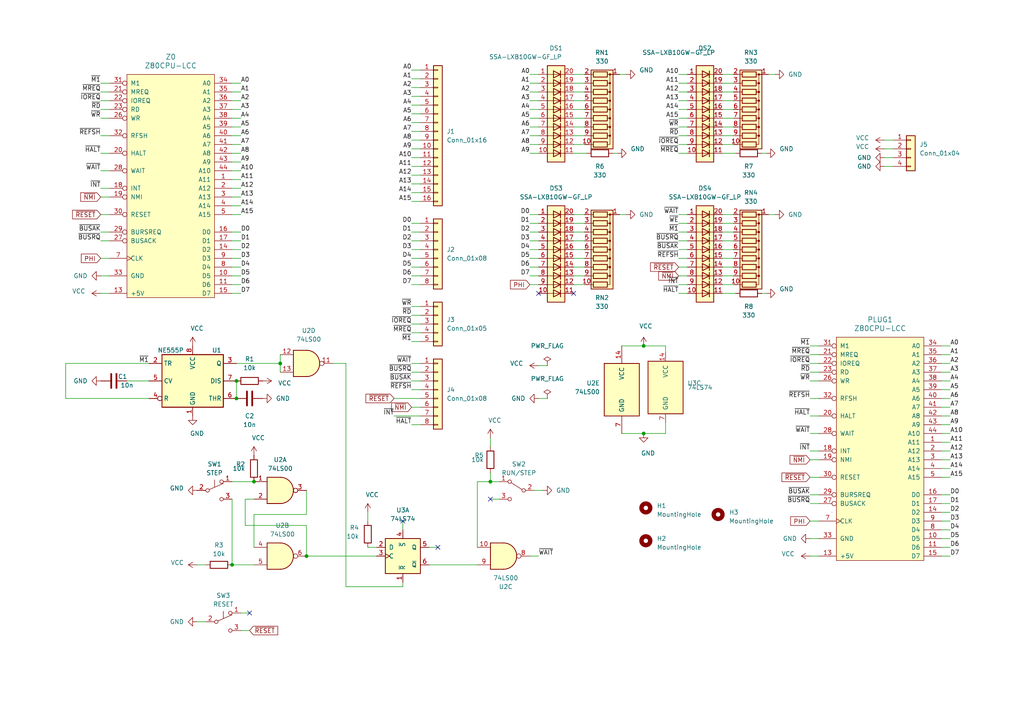
<source format=kicad_sch>
(kicad_sch (version 20211123) (generator eeschema)
  (paper "A4")
  (title_block (title "JupiterAce Z80 plus KIO and new memory format.") (date "2020-05-12") (rev "Alpha") (company "Ontobus") (comment 1 "John Bradley") (comment 2 "https://creativecommons.org/licenses/by-nc-sa/4.0/") (comment 3 "Attribution-NonCommercial-ShareAlike 4.0 International License.") (comment 4 "This work is licensed under a Creative Commons "))
  (junction (at 68.58 110.49))
  (junction (at 73.66 139.7))
  (junction (at 68.58 115.57))
  (junction (at 186.69 100.33))
  (junction (at 81.28 105.41))
  (junction (at 142.24 139.7))
  (junction (at 186.69 125.73))
  (junction (at 88.9 161.29))
  (junction (at 67.31 163.83))
  (no_connect (at 166.37 85.09))
  (no_connect (at -9.525 36.195))
  (no_connect (at -9.525 20.955))
  (no_connect (at -17.145 26.035))
  (no_connect (at 72.39 177.8))
  (no_connect (at -344.805 283.21))
  (no_connect (at 156.21 85.09))
  (no_connect (at 127 158.75))
  (no_connect (at -1.905 26.035))
  (no_connect (at 142.24 144.78))
  (no_connect (at -1.905 31.115))
  (no_connect (at -17.145 28.575))
  (no_connect (at 116.84 151.13))
  (wire (pts (xy 234.95 133.35) (xy 237.49 133.35)))
  (wire (pts (xy 196.85 62.23) (xy 199.39 62.23)))
  (wire (pts (xy 166.37 24.13) (xy 169.545 24.13)))
  (wire (pts (xy 142.24 137.16) (xy 142.24 139.7)))
  (wire (pts (xy 119.38 80.01) (xy 121.92 80.01)))
  (wire (pts (xy 29.21 67.31) (xy 31.75 67.31)))
  (wire (pts (xy 106.68 151.13) (xy 106.68 148.59)))
  (wire (pts (xy 119.38 50.8) (xy 121.92 50.8)))
  (wire (pts (xy 275.59 102.87) (xy 273.05 102.87)))
  (wire (pts (xy 180.34 125.73) (xy 186.69 125.73)))
  (wire (pts (xy 109.22 161.29) (xy 88.9 161.29)))
  (wire (pts (xy 209.55 72.39) (xy 212.725 72.39)))
  (wire (pts (xy 275.59 161.29) (xy 273.05 161.29)))
  (wire (pts (xy 256.54 43.18) (xy 259.08 43.18)))
  (wire (pts (xy 196.85 74.93) (xy 199.39 74.93)))
  (wire (pts (xy 237.49 138.43) (xy 234.95 138.43)))
  (wire (pts (xy 100.33 105.41) (xy 96.52 105.41)))
  (wire (pts (xy 67.31 163.83) (xy 73.66 163.83)))
  (wire (pts (xy 67.31 144.78) (xy 67.31 163.83)))
  (wire (pts (xy 69.85 82.55) (xy 67.31 82.55)))
  (wire (pts (xy 29.21 85.09) (xy 31.75 85.09)))
  (wire (pts (xy 179.705 62.23) (xy 181.61 62.23)))
  (wire (pts (xy 275.59 120.65) (xy 273.05 120.65)))
  (wire (pts (xy 69.85 80.01) (xy 67.31 80.01)))
  (wire (pts (xy 69.85 59.69) (xy 67.31 59.69)))
  (wire (pts (xy 275.59 100.33) (xy 273.05 100.33)))
  (wire (pts (xy 196.85 24.13) (xy 199.39 24.13)))
  (wire (pts (xy 119.38 74.93) (xy 121.92 74.93)))
  (wire (pts (xy 119.38 22.86) (xy 121.92 22.86)))
  (wire (pts (xy 275.59 107.95) (xy 273.05 107.95)))
  (wire (pts (xy 275.59 115.57) (xy 273.05 115.57)))
  (wire (pts (xy 234.95 105.41) (xy 237.49 105.41)))
  (wire (pts (xy 156.21 161.29) (xy 153.67 161.29)))
  (wire (pts (xy 43.18 105.41) (xy 19.05 105.41)))
  (wire (pts (xy 166.37 82.55) (xy 169.545 82.55)))
  (wire (pts (xy 69.85 46.99) (xy 67.31 46.99)))
  (wire (pts (xy 234.95 125.73) (xy 237.49 125.73)))
  (wire (pts (xy 193.04 100.33) (xy 193.04 102.235)))
  (wire (pts (xy 196.85 36.83) (xy 199.39 36.83)))
  (wire (pts (xy 156.21 31.75) (xy 153.67 31.75)))
  (wire (pts (xy 209.55 34.29) (xy 212.725 34.29)))
  (wire (pts (xy 209.55 74.93) (xy 212.725 74.93)))
  (wire (pts (xy 116.84 168.91) (xy 116.84 170.18)))
  (wire (pts (xy 69.85 74.93) (xy 67.31 74.93)))
  (wire (pts (xy 234.95 143.51) (xy 237.49 143.51)))
  (wire (pts (xy 31.75 80.01) (xy 29.21 80.01)))
  (wire (pts (xy 196.85 72.39) (xy 199.39 72.39)))
  (wire (pts (xy 59.69 180.34) (xy 57.15 180.34)))
  (wire (pts (xy 121.92 99.06) (xy 119.38 99.06)))
  (wire (pts (xy 119.38 45.72) (xy 121.92 45.72)))
  (wire (pts (xy 209.55 41.91) (xy 212.725 41.91)))
  (wire (pts (xy 196.85 31.75) (xy 199.39 31.75)))
  (wire (pts (xy 29.21 74.93) (xy 31.75 74.93)))
  (wire (pts (xy 234.95 161.29) (xy 237.49 161.29)))
  (wire (pts (xy 69.85 24.13) (xy 67.31 24.13)))
  (wire (pts (xy 237.49 156.21) (xy 234.95 156.21)))
  (wire (pts (xy 119.38 107.95) (xy 121.92 107.95)))
  (wire (pts (xy 68.58 115.57) (xy 68.58 110.49)))
  (wire (pts (xy 31.75 24.13) (xy 29.21 24.13)))
  (wire (pts (xy 209.55 69.85) (xy 212.725 69.85)))
  (wire (pts (xy 209.55 77.47) (xy 212.725 77.47)))
  (wire (pts (xy 69.85 57.15) (xy 67.31 57.15)))
  (wire (pts (xy 256.54 40.64) (xy 259.08 40.64)))
  (wire (pts (xy 153.67 69.85) (xy 156.21 69.85)))
  (wire (pts (xy 275.59 143.51) (xy 273.05 143.51)))
  (wire (pts (xy 69.85 29.21) (xy 67.31 29.21)))
  (wire (pts (xy 209.55 24.13) (xy 212.725 24.13)))
  (wire (pts (xy 196.85 85.09) (xy 199.39 85.09)))
  (wire (pts (xy 209.55 26.67) (xy 212.725 26.67)))
  (wire (pts (xy 234.95 146.05) (xy 237.49 146.05)))
  (wire (pts (xy 69.85 26.67) (xy 67.31 26.67)))
  (wire (pts (xy 69.85 39.37) (xy 67.31 39.37)))
  (wire (pts (xy 220.98 85.09) (xy 222.25 85.09)))
  (wire (pts (xy 156.21 29.21) (xy 153.67 29.21)))
  (wire (pts (xy 275.59 156.21) (xy 273.05 156.21)))
  (wire (pts (xy 275.59 146.05) (xy 273.05 146.05)))
  (wire (pts (xy 19.05 105.41) (xy 19.05 115.57)))
  (wire (pts (xy 119.38 91.44) (xy 121.92 91.44)))
  (wire (pts (xy 88.9 142.24) (xy 88.9 149.225)))
  (wire (pts (xy 234.95 120.65) (xy 237.49 120.65)))
  (wire (pts (xy 196.85 21.59) (xy 199.39 21.59)))
  (wire (pts (xy 119.38 43.18) (xy 121.92 43.18)))
  (wire (pts (xy 119.38 69.85) (xy 121.92 69.85)))
  (wire (pts (xy 234.95 115.57) (xy 237.49 115.57)))
  (wire (pts (xy 153.67 80.01) (xy 156.21 80.01)))
  (wire (pts (xy 119.38 58.42) (xy 121.92 58.42)))
  (wire (pts (xy 275.59 113.03) (xy 273.05 113.03)))
  (wire (pts (xy 234.95 110.49) (xy 237.49 110.49)))
  (wire (pts (xy 166.37 36.83) (xy 169.545 36.83)))
  (wire (pts (xy 119.38 118.11) (xy 121.92 118.11)))
  (wire (pts (xy 275.59 130.81) (xy 273.05 130.81)))
  (wire (pts (xy 196.85 64.77) (xy 199.39 64.77)))
  (wire (pts (xy 209.55 85.09) (xy 213.36 85.09)))
  (wire (pts (xy 222.885 21.59) (xy 224.79 21.59)))
  (wire (pts (xy 209.55 21.59) (xy 212.725 21.59)))
  (wire (pts (xy 73.66 149.225) (xy 73.66 158.75)))
  (wire (pts (xy 166.37 69.85) (xy 169.545 69.85)))
  (wire (pts (xy 166.37 39.37) (xy 169.545 39.37)))
  (wire (pts (xy 88.9 149.225) (xy 73.66 149.225)))
  (wire (pts (xy 275.59 148.59) (xy 273.05 148.59)))
  (wire (pts (xy 166.37 74.93) (xy 169.545 74.93)))
  (wire (pts (xy 81.28 102.87) (xy 81.28 105.41)))
  (wire (pts (xy 119.38 20.32) (xy 121.92 20.32)))
  (wire (pts (xy 166.37 67.31) (xy 169.545 67.31)))
  (wire (pts (xy 153.67 82.55) (xy 156.21 82.55)))
  (wire (pts (xy 29.21 26.67) (xy 31.75 26.67)))
  (wire (pts (xy 196.85 77.47) (xy 199.39 77.47)))
  (wire (pts (xy 153.67 74.93) (xy 156.21 74.93)))
  (wire (pts (xy 156.21 21.59) (xy 153.67 21.59)))
  (wire (pts (xy 119.38 30.48) (xy 121.92 30.48)))
  (wire (pts (xy 138.43 163.83) (xy 124.46 163.83)))
  (wire (pts (xy 193.04 122.555) (xy 193.04 125.73)))
  (wire (pts (xy 275.59 133.35) (xy 273.05 133.35)))
  (wire (pts (xy 119.38 55.88) (xy 121.92 55.88)))
  (wire (pts (xy 69.85 177.8) (xy 72.39 177.8)))
  (wire (pts (xy 29.21 31.75) (xy 31.75 31.75)))
  (wire (pts (xy 166.37 21.59) (xy 169.545 21.59)))
  (wire (pts (xy 220.98 44.45) (xy 222.25 44.45)))
  (wire (pts (xy 275.59 153.67) (xy 273.05 153.67)))
  (wire (pts (xy 209.55 31.75) (xy 212.725 31.75)))
  (wire (pts (xy 69.85 54.61) (xy 67.31 54.61)))
  (wire (pts (xy 196.85 67.31) (xy 199.39 67.31)))
  (wire (pts (xy 100.33 105.41) (xy 100.33 170.18)))
  (wire (pts (xy 196.85 39.37) (xy 199.39 39.37)))
  (wire (pts (xy 166.37 31.75) (xy 169.545 31.75)))
  (wire (pts (xy 119.38 67.31) (xy 121.92 67.31)))
  (wire (pts (xy 69.85 41.91) (xy 67.31 41.91)))
  (wire (pts (xy 209.55 62.23) (xy 212.725 62.23)))
  (wire (pts (xy 166.37 26.67) (xy 169.545 26.67)))
  (wire (pts (xy 196.85 29.21) (xy 199.39 29.21)))
  (wire (pts (xy 156.21 39.37) (xy 153.67 39.37)))
  (wire (pts (xy 275.59 118.11) (xy 273.05 118.11)))
  (wire (pts (xy 186.69 100.33) (xy 193.04 100.33)))
  (wire (pts (xy 72.39 182.88) (xy 69.85 182.88)))
  (wire (pts (xy 119.38 27.94) (xy 121.92 27.94)))
  (wire (pts (xy 209.55 36.83) (xy 212.725 36.83)))
  (wire (pts (xy 119.38 93.98) (xy 121.92 93.98)))
  (wire (pts (xy 138.43 139.7) (xy 142.24 139.7)))
  (wire (pts (xy 209.55 82.55) (xy 212.725 82.55)))
  (wire (pts (xy 29.21 69.85) (xy 31.75 69.85)))
  (wire (pts (xy 156.21 106.045) (xy 158.75 106.045)))
  (wire (pts (xy 69.85 69.85) (xy 67.31 69.85)))
  (wire (pts (xy 114.3 120.65) (xy 121.92 120.65)))
  (wire (pts (xy 209.55 64.77) (xy 212.725 64.77)))
  (wire (pts (xy 196.85 69.85) (xy 199.39 69.85)))
  (wire (pts (xy 158.75 115.57) (xy 156.21 115.57)))
  (wire (pts (xy 142.24 139.7) (xy 144.78 139.7)))
  (wire (pts (xy 166.37 80.01) (xy 169.545 80.01)))
  (wire (pts (xy 209.55 80.01) (xy 212.725 80.01)))
  (wire (pts (xy 166.37 44.45) (xy 170.18 44.45)))
  (wire (pts (xy 31.75 62.23) (xy 29.21 62.23)))
  (wire (pts (xy 71.12 144.78) (xy 73.66 144.78)))
  (wire (pts (xy 119.38 40.64) (xy 121.92 40.64)))
  (wire (pts (xy 234.95 107.95) (xy 237.49 107.95)))
  (wire (pts (xy 153.67 72.39) (xy 156.21 72.39)))
  (wire (pts (xy 275.59 128.27) (xy 273.05 128.27)))
  (wire (pts (xy 119.38 123.19) (xy 121.92 123.19)))
  (wire (pts (xy 196.85 44.45) (xy 199.39 44.45)))
  (wire (pts (xy 275.59 123.19) (xy 273.05 123.19)))
  (wire (pts (xy 114.3 115.57) (xy 121.92 115.57)))
  (wire (pts (xy 237.49 100.33) (xy 234.95 100.33)))
  (wire (pts (xy 209.55 67.31) (xy 212.725 67.31)))
  (wire (pts (xy 259.08 48.26) (xy 256.54 48.26)))
  (wire (pts (xy 142.24 129.54) (xy 142.24 127)))
  (wire (pts (xy 153.67 77.47) (xy 156.21 77.47)))
  (wire (pts (xy 275.59 151.13) (xy 273.05 151.13)))
  (wire (pts (xy 157.48 142.24) (xy 154.94 142.24)))
  (wire (pts (xy 275.59 138.43) (xy 273.05 138.43)))
  (wire (pts (xy 69.85 44.45) (xy 67.31 44.45)))
  (wire (pts (xy 166.37 77.47) (xy 169.545 77.47)))
  (wire (pts (xy 196.85 26.67) (xy 199.39 26.67)))
  (wire (pts (xy 209.55 44.45) (xy 213.36 44.45)))
  (wire (pts (xy 119.38 53.34) (xy 121.92 53.34)))
  (wire (pts (xy 119.38 25.4) (xy 121.92 25.4)))
  (wire (pts (xy 69.85 67.31) (xy 67.31 67.31)))
  (wire (pts (xy 71.12 152.4) (xy 71.12 144.78)))
  (wire (pts (xy 144.78 144.78) (xy 142.24 144.78)))
  (wire (pts (xy 275.59 125.73) (xy 273.05 125.73)))
  (wire (pts (xy 196.85 41.91) (xy 199.39 41.91)))
  (wire (pts (xy 156.21 41.91) (xy 153.67 41.91)))
  (wire (pts (xy 67.31 139.7) (xy 73.66 139.7)))
  (wire (pts (xy 153.67 62.23) (xy 156.21 62.23)))
  (wire (pts (xy 19.05 115.57) (xy 43.18 115.57)))
  (wire (pts (xy 69.85 72.39) (xy 67.31 72.39)))
  (wire (pts (xy 119.38 82.55) (xy 121.92 82.55)))
  (wire (pts (xy 69.85 34.29) (xy 67.31 34.29)))
  (wire (pts (xy 196.85 34.29) (xy 199.39 34.29)))
  (wire (pts (xy 209.55 29.21) (xy 212.725 29.21)))
  (wire (pts (xy 29.21 49.53) (xy 31.75 49.53)))
  (wire (pts (xy 29.21 57.15) (xy 31.75 57.15)))
  (wire (pts (xy 166.37 41.91) (xy 169.545 41.91)))
  (wire (pts (xy 156.21 34.29) (xy 153.67 34.29)))
  (wire (pts (xy 69.85 31.75) (xy 67.31 31.75)))
  (wire (pts (xy 138.43 139.7) (xy 138.43 158.75)))
  (wire (pts (xy 68.58 105.41) (xy 81.28 105.41)))
  (wire (pts (xy 234.95 151.13) (xy 237.49 151.13)))
  (wire (pts (xy 275.59 110.49) (xy 273.05 110.49)))
  (wire (pts (xy 119.38 64.77) (xy 121.92 64.77)))
  (wire (pts (xy 31.75 54.61) (xy 29.21 54.61)))
  (wire (pts (xy 156.21 24.13) (xy 153.67 24.13)))
  (wire (pts (xy 119.38 38.1) (xy 121.92 38.1)))
  (wire (pts (xy 156.21 44.45) (xy 153.67 44.45)))
  (wire (pts (xy 88.9 152.4) (xy 88.9 161.29)))
  (wire (pts (xy 275.59 105.41) (xy 273.05 105.41)))
  (wire (pts (xy 43.18 110.49) (xy 36.83 110.49)))
  (wire (pts (xy 166.37 62.23) (xy 169.545 62.23)))
  (wire (pts (xy 237.49 130.81) (xy 234.95 130.81)))
  (wire (pts (xy 153.67 67.31) (xy 156.21 67.31)))
  (wire (pts (xy 156.21 26.67) (xy 153.67 26.67)))
  (wire (pts (xy 196.85 82.55) (xy 199.39 82.55)))
  (wire (pts (xy 119.38 35.56) (xy 121.92 35.56)))
  (wire (pts (xy 69.85 62.23) (xy 67.31 62.23)))
  (wire (pts (xy 29.21 44.45) (xy 31.75 44.45)))
  (wire (pts (xy 153.67 64.77) (xy 156.21 64.77)))
  (wire (pts (xy 186.69 125.73) (xy 193.04 125.73)))
  (wire (pts (xy 119.38 88.9) (xy 121.92 88.9)))
  (wire (pts (xy 59.69 163.83) (xy 57.15 163.83)))
  (wire (pts (xy 29.21 39.37) (xy 31.75 39.37)))
  (wire (pts (xy 156.21 36.83) (xy 153.67 36.83)))
  (wire (pts (xy 196.85 80.01) (xy 199.39 80.01)))
  (wire (pts (xy 69.85 36.83) (xy 67.31 36.83)))
  (wire (pts (xy 116.84 153.67) (xy 116.84 151.13)))
  (wire (pts (xy 29.21 29.21) (xy 31.75 29.21)))
  (wire (pts (xy 119.38 105.41) (xy 121.92 105.41)))
  (wire (pts (xy 119.38 96.52) (xy 121.92 96.52)))
  (wire (pts (xy 177.8 44.45) (xy 179.07 44.45)))
  (wire (pts (xy 119.38 72.39) (xy 121.92 72.39)))
  (wire (pts (xy 234.95 102.87) (xy 237.49 102.87)))
  (wire (pts (xy 29.21 34.29) (xy 31.75 34.29)))
  (wire (pts (xy 180.34 100.33) (xy 186.69 100.33)))
  (wire (pts (xy 116.84 170.18) (xy 100.33 170.18)))
  (wire (pts (xy 88.9 152.4) (xy 71.12 152.4)))
  (wire (pts (xy 69.85 52.07) (xy 67.31 52.07)))
  (wire (pts (xy 124.46 158.75) (xy 127 158.75)))
  (wire (pts (xy 256.54 45.72) (xy 259.08 45.72)))
  (wire (pts (xy 209.55 39.37) (xy 212.725 39.37)))
  (wire (pts (xy 275.59 135.89) (xy 273.05 135.89)))
  (wire (pts (xy 166.37 34.29) (xy 169.545 34.29)))
  (wire (pts (xy 179.705 21.59) (xy 181.61 21.59)))
  (wire (pts (xy 69.85 85.09) (xy 67.31 85.09)))
  (wire (pts (xy 119.38 113.03) (xy 121.92 113.03)))
  (wire (pts (xy 166.37 29.21) (xy 169.545 29.21)))
  (wire (pts (xy 119.38 48.26) (xy 121.92 48.26)))
  (wire (pts (xy 69.85 49.53) (xy 67.31 49.53)))
  (wire (pts (xy 222.885 62.23) (xy 224.79 62.23)))
  (wire (pts (xy 109.22 158.75) (xy 106.68 158.75)))
  (wire (pts (xy 166.37 64.77) (xy 169.545 64.77)))
  (wire (pts (xy 275.59 158.75) (xy 273.05 158.75)))
  (wire (pts (xy 119.38 77.47) (xy 121.92 77.47)))
  (wire (pts (xy 81.28 105.41) (xy 81.28 107.95)))
  (wire (pts (xy 166.37 72.39) (xy 169.545 72.39)))
  (wire (pts (xy 69.85 77.47) (xy 67.31 77.47)))
  (wire (pts (xy 119.38 110.49) (xy 121.92 110.49)))
  (wire (pts (xy 119.38 33.02) (xy 121.92 33.02)))
  (label "A7" (at 69.85 41.91 0))
  (label "D5" (at 153.67 74.93 180))
  (label "D6" (at 119.38 80.01 180))
  (label "A11" (at 196.85 24.13 180))
  (label "D6" (at 69.85 82.55 0))
  (label "D0" (at 275.59 143.51 0))
  (label "~{BUSAK}" (at 196.85 72.39 180))
  (label "~{M1}" (at 43.18 105.41 180))
  (label "~{MREQ}" (at 196.85 44.45 180))
  (label "A15" (at 69.85 62.23 0))
  (label "D4" (at 275.59 153.67 0))
  (label "D6" (at 153.67 77.47 180))
  (label "~{HALT}" (at 234.95 120.65 180))
  (label "D5" (at 119.38 77.47 180))
  (label "A4" (at 69.85 34.29 0))
  (label "~{MREQ}" (at 234.95 102.87 180))
  (label "D2" (at 119.38 69.85 180))
  (label "D2" (at 275.59 148.59 0))
  (label "~{WR}" (at 119.38 88.9 180))
  (label "~{WAIT}" (at 119.38 105.41 180))
  (label "A10" (at 275.59 125.73 0))
  (label "D3" (at 153.67 69.85 180))
  (label "A8" (at 153.67 41.91 180))
  (label "~{RD}" (at 29.21 31.75 180))
  (label "~{HALT}" (at 196.85 85.09 180))
  (label "D5" (at 275.59 156.21 0))
  (label "~{WR}" (at 196.85 36.83 180))
  (label "A10" (at 196.85 21.59 180))
  (label "A13" (at 275.59 133.35 0))
  (label "~{INT}" (at 29.21 54.61 180))
  (label "~{IOREQ}" (at 29.21 29.21 180))
  (label "A12" (at 275.59 130.81 0))
  (label "~{WAIT}" (at 29.21 49.53 180))
  (label "D1" (at 119.38 67.31 180))
  (label "D2" (at 153.67 67.31 180))
  (label "~{HALT}" (at 29.21 44.45 180))
  (label "A6" (at 69.85 39.37 0))
  (label "~{IOREQ}" (at 119.38 93.98 180))
  (label "~{MREQ}" (at 119.38 96.52 180))
  (label "A6" (at 275.59 115.57 0))
  (label "A5" (at 153.67 34.29 180))
  (label "~{REFSH}" (at 234.95 115.57 180))
  (label "A7" (at 119.38 38.1 180))
  (label "A8" (at 69.85 44.45 0))
  (label "A1" (at 275.59 102.87 0))
  (label "A14" (at 196.85 31.75 180))
  (label "A4" (at 119.38 30.48 180))
  (label "~{WAIT}" (at 196.85 62.23 180))
  (label "A1" (at 153.67 24.13 180))
  (label "D7" (at 275.59 161.29 0))
  (label "D3" (at 275.59 151.13 0))
  (label "D2" (at 69.85 72.39 0))
  (label "~{IOREQ}" (at 196.85 41.91 180))
  (label "A2" (at 119.38 25.4 180))
  (label "~{MREQ}" (at 29.21 26.67 180))
  (label "A14" (at 119.38 55.88 180))
  (label "~{BUSAK}" (at 119.38 110.49 180))
  (label "A4" (at 153.67 31.75 180))
  (label "~{BUSAK}" (at 234.95 143.51 180))
  (label "A6" (at 153.67 36.83 180))
  (label "A0" (at 275.59 100.33 0))
  (label "D7" (at 69.85 85.09 0))
  (label "~{RD}" (at 119.38 91.44 180))
  (label "A3" (at 119.38 27.94 180))
  (label "~{RD}" (at 234.95 107.95 180))
  (label "A10" (at 119.38 45.72 180))
  (label "A11" (at 69.85 52.07 0))
  (label "A5" (at 119.38 33.02 180))
  (label "A15" (at 275.59 138.43 0))
  (label "A0" (at 69.85 24.13 0))
  (label "D1" (at 69.85 69.85 0))
  (label "A6" (at 119.38 35.56 180))
  (label "~{BUSRQ}" (at 29.21 69.85 180))
  (label "D0" (at 119.38 64.77 180))
  (label "A9" (at 275.59 123.19 0))
  (label "A8" (at 119.38 40.64 180))
  (label "D4" (at 69.85 77.47 0))
  (label "~{IOREQ}" (at 234.95 105.41 180))
  (label "D4" (at 153.67 72.39 180))
  (label "A5" (at 69.85 36.83 0))
  (label "~{WR}" (at 234.95 110.49 180))
  (label "A2" (at 153.67 26.67 180))
  (label "A10" (at 69.85 49.53 0))
  (label "A9" (at 119.38 43.18 180))
  (label "A12" (at 119.38 50.8 180))
  (label "A14" (at 275.59 135.89 0))
  (label "~{WAIT}" (at 156.21 161.29 0))
  (label "~{BUSRQ}" (at 234.95 146.05 180))
  (label "D7" (at 119.38 82.55 180))
  (label "D3" (at 119.38 72.39 180))
  (label "~{BUSRQ}" (at 196.85 69.85 180))
  (label "D3" (at 69.85 74.93 0))
  (label "A15" (at 119.38 58.42 180))
  (label "~{WAIT}" (at 234.95 125.73 180))
  (label "D7" (at 153.67 80.01 180))
  (label "~{BUSAK}" (at 29.21 67.31 180))
  (label "A3" (at 275.59 107.95 0))
  (label "A1" (at 119.38 22.86 180))
  (label "A0" (at 119.38 20.32 180))
  (label "~{RD}" (at 196.85 39.37 180))
  (label "A13" (at 196.85 29.21 180))
  (label "A11" (at 275.59 128.27 0))
  (label "~{M1}" (at 119.38 99.06 180))
  (label "D0" (at 153.67 62.23 180))
  (label "~{REFSH}" (at 29.21 39.37 180))
  (label "~{REFSH}" (at 196.85 74.93 180))
  (label "A8" (at 275.59 120.65 0))
  (label "~{M1}" (at 29.21 24.13 180))
  (label "A3" (at 153.67 29.21 180))
  (label "A12" (at 196.85 26.67 180))
  (label "D1" (at 275.59 146.05 0))
  (label "A12" (at 69.85 54.61 0))
  (label "A9" (at 153.67 44.45 180))
  (label "A0" (at 153.67 21.59 180))
  (label "A9" (at 69.85 46.99 0))
  (label "A13" (at 69.85 57.15 0))
  (label "A13" (at 119.38 53.34 180))
  (label "~{WR}" (at 29.21 34.29 180))
  (label "A7" (at 275.59 118.11 0))
  (label "~{INT}" (at 114.3 120.65 180))
  (label "~{BUSRQ}" (at 119.38 107.95 180))
  (label "D4" (at 119.38 74.93 180))
  (label "D1" (at 153.67 64.77 180))
  (label "A14" (at 69.85 59.69 0))
  (label "~{HALT}" (at 119.38 123.19 180))
  (label "~{M1}" (at 234.95 100.33 180))
  (label "~{INT}" (at 234.95 130.81 180))
  (label "A4" (at 275.59 110.49 0))
  (label "A15" (at 196.85 34.29 180))
  (label "D6" (at 275.59 158.75 0))
  (label "A1" (at 69.85 26.67 0))
  (label "A7" (at 153.67 39.37 180))
  (label "A11" (at 119.38 48.26 180))
  (label "A5" (at 275.59 113.03 0))
  (label "D5" (at 69.85 80.01 0))
  (label "~{M1}" (at 196.85 67.31 180))
  (label "D0" (at 69.85 67.31 0))
  (label "~{INT}" (at 196.85 82.55 180))
  (label "~{WE}" (at 196.85 64.77 180))
  (label "~{REFSH}" (at 119.38 113.03 180))
  (label "A3" (at 69.85 31.75 0))
  (label "A2" (at 69.85 29.21 0))
  (label "A2" (at 275.59 105.41 0))
  (global_label "~{RESET}" (shape input) (at 29.21 62.23 180) (property "Intersheet References" "${INTERSHEET_REFS}" (effects hide)))
  (global_label "PHI" (shape input) (at 153.67 82.55 180) (property "Intersheet References" "${INTERSHEET_REFS}" (effects hide)))
  (global_label "PHI" (shape input) (at 29.21 74.93 180) (property "Intersheet References" "${INTERSHEET_REFS}" (effects hide)))
  (global_label "~{NMI}" (shape input) (at 234.95 133.35 180) (property "Intersheet References" "${INTERSHEET_REFS}" (effects hide)))
  (global_label "~{RESET}" (shape input) (at 72.39 182.88 0) (property "Intersheet References" "${INTERSHEET_REFS}" (effects hide)))
  (global_label "~{NMI}" (shape input) (at 196.85 80.01 180) (property "Intersheet References" "${INTERSHEET_REFS}" (effects hide)))
  (global_label "~{RESET}" (shape input) (at 114.3 115.57 180) (property "Intersheet References" "${INTERSHEET_REFS}" (effects hide)))
  (global_label "PHI" (shape input) (at 234.95 151.13 180) (property "Intersheet References" "${INTERSHEET_REFS}" (effects hide)))
  (global_label "~{NMI}" (shape input) (at 29.21 57.15 180) (property "Intersheet References" "${INTERSHEET_REFS}" (effects hide)))
  (global_label "~{RESET}" (shape input) (at 196.85 77.47 180) (property "Intersheet References" "${INTERSHEET_REFS}" (effects hide)))
  (global_label "~{NMI}" (shape input) (at 119.38 118.11 180) (property "Intersheet References" "${INTERSHEET_REFS}" (effects hide)))
  (global_label "~{RESET}" (shape input) (at 234.95 138.43 180) (property "Intersheet References" "${INTERSHEET_REFS}" (effects hide)))
  (symbol (lib_id "power:GND") (at 181.61 21.59 90) (unit 1)
    (property "Reference" "#PWR0101" (effects hide))
    (property "Value" "GND" (at 185.42 20.32 90) (effects (justify right)))
  )
  (symbol (lib_id "power:PWR_FLAG") (at 158.75 106.045 0) (unit 1)
    (property "Reference" "#FLG0101" (effects hide))
    (property "Value" "PWR_FLAG" (at 158.75 100.33 0))
  )
  (symbol (lib_id "power:PWR_FLAG") (at 158.75 115.57 0) (unit 1)
    (property "Reference" "#FLG0102" (effects hide))
    (property "Value" "PWR_FLAG" (at 158.75 109.855 0))
  )
  (symbol (lib_id "power:GND") (at 156.21 115.57 270) (unit 1)
    (property "Reference" "#0104" (effects hide))
    (property "Value" "GND" (at 152.4 115.57 90) (effects (justify right)))
  )
  (symbol (lib_id "power:VCC") (at 156.21 106.045 90) (unit 1)
    (property "Reference" "#PWR0103" (effects hide))
    (property "Value" "VCC" (at 151.765 105.41 90) (effects (justify left)))
  )
  (symbol (lib_id "Timer:NE555P") (at 55.88 110.49 0) (unit 1)
    (property "Reference" "U1" (at 62.865 101.6 0))
    (property "Value" "NE555P" (at 49.53 101.6 0))
    (property "Footprint" "Package_DIP:DIP-8_W7.62mm" (effects hide))
    (property "Datasheet" "http://www.ti.com/lit/ds/symlink/ne555.pdf" (effects hide))
  )
  (symbol (lib_id "74xx:74LS00") (at 81.28 142.24 0) (unit 1)
    (property "Reference" "U2" (at 81.28 133.35 0))
    (property "Value" "74LS00" (at 81.28 135.89 0))
    (property "Footprint" "Package_DIP:DIP-14_W7.62mm" (effects hide))
    (property "Datasheet" "74xx/74hc_hct74.pdf" (effects hide))
  )
  (symbol (lib_id "74xx:74LS74") (at 116.84 161.29 0) (unit 1)
    (property "Reference" "U3" (at 116.84 147.955 0))
    (property "Value" "74LS74" (at 116.84 150.495 0))
    (property "Footprint" "Package_DIP:DIP-14_W7.62mm" (effects hide))
    (property "Datasheet" "74xx/74hc_hct74.pdf" (effects hide))
  )
  (symbol (lib_id "74xx:74LS74") (at -9.525 28.575 0) (unit 2)
    (property "Reference" "U3" (at -8.89 15.24 0))
    (property "Value" "74LS74" (at -8.89 17.78 0))
    (property "Footprint" "Package_DIP:DIP-14_W7.62mm" (effects hide))
    (property "Datasheet" "74xx/74hc_hct74.pdf" (effects hide))
  )
  (symbol (lib_id "74xx:74LS00") (at 180.34 113.03 0) (unit 5)
    (property "Reference" "U2" (at 173.99 111.125 0) (effects (justify right)))
    (property "Value" "74LS00" (at 173.99 113.665 0) (effects (justify right)))
    (property "Footprint" "Package_DIP:DIP-14_W7.62mm" (effects hide))
    (property "Datasheet" "74xx/74hc_hct74.pdf" (effects hide))
  )
  (symbol (lib_id "74xx:74LS00") (at 81.28 161.29 0) (unit 2)
    (property "Reference" "U2" (at 81.915 152.4 0))
    (property "Value" "74LS00" (at 81.915 154.94 0))
    (property "Footprint" "Package_DIP:DIP-14_W7.62mm" (effects hide))
    (property "Datasheet" "74xx/74hc_hct74.pdf" (effects hide))
  )
  (symbol (lib_id "74xx:74LS00") (at 146.05 161.29 0) (mirror x) (unit 3)
    (property "Reference" "U2" (at 146.685 170.18 0))
    (property "Value" "74LS00" (at 146.685 167.64 0))
    (property "Footprint" "Package_DIP:DIP-14_W7.62mm" (effects hide))
    (property "Datasheet" "74xx/74hc_hct74.pdf" (effects hide))
  )
  (symbol (lib_id "74xx:74LS00") (at 88.9 105.41 0) (unit 4)
    (property "Reference" "U2" (at 89.535 95.885 0))
    (property "Value" "74LS00" (at 89.535 98.425 0))
    (property "Footprint" "Package_DIP:DIP-14_W7.62mm" (effects hide))
    (property "Datasheet" "74xx/74hc_hct74.pdf" (effects hide))
  )
  (symbol (lib_id "74xx:74LS74") (at 193.04 112.395 0) (unit 3)
    (property "Reference" "U3" (at 199.39 111.125 0) (effects (justify left)))
    (property "Value" "74LS74" (at 199.39 112.395 0) (effects (justify left)))
    (property "Footprint" "Package_DIP:DIP-14_W7.62mm" (effects hide))
    (property "Datasheet" "74xx/74hc_hct74.pdf" (effects hide))
  )
  (symbol (lib_id "power:VCC") (at 186.69 100.33 0) (unit 1)
    (property "Reference" "#PWR0143" (effects hide))
    (property "Value" "VCC" (at 187.325 94.615 0))
  )
  (symbol (lib_id "power:GND") (at 186.69 125.73 0) (unit 1)
    (property "Reference" "#0105" (effects hide))
    (property "Value" "GND" (at 187.96 131.445 0))
  )
  (symbol (lib_id "Device:C") (at 33.02 110.49 270) (unit 1)
    (property "Reference" "C1" (at 35.56 109.22 90))
    (property "Value" "10n" (at 36.83 111.76 90))
    (property "Footprint" "Capacitor_THT:C_Disc_D4.7mm_W2.5mm_P5.00mm" (effects hide))
  )
  (symbol (lib_id "power:GND") (at 29.21 110.49 270) (unit 1)
    (property "Reference" "#0106" (effects hide))
    (property "Value" "GND" (at 25.4 110.49 90) (effects (justify right)))
  )
  (symbol (lib_id "Device:R") (at 72.39 110.49 270) (unit 1)
    (property "Reference" "R1" (at 72.39 104.14 90))
    (property "Value" "10k" (at 72.39 106.68 90))
    (property "Footprint" "Resistor_THT:R_Axial_DIN0204_L3.6mm_D1.6mm_P1.90mm_Vertical" (effects hide))
  )
  (symbol (lib_id "power:VCC") (at 76.2 110.49 270) (unit 1)
    (property "Reference" "#PWR0144" (effects hide))
    (property "Value" "VCC" (at 80.645 111.125 90) (effects (justify left)))
  )
  (symbol (lib_id "power:VCC") (at 55.88 100.33 0) (unit 1)
    (property "Reference" "#PWR0145" (effects hide))
    (property "Value" "VCC" (at 57.15 95.25 0))
  )
  (symbol (lib_id "power:GND") (at 55.88 120.65 0) (unit 1)
    (property "Reference" "#0107" (effects hide))
    (property "Value" "GND" (at 57.15 125.73 0))
  )
  (symbol (lib_id "Device:C") (at 72.39 115.57 270) (unit 1)
    (property "Reference" "C2" (at 72.39 120.65 90))
    (property "Value" "10n" (at 72.39 123.19 90))
    (property "Footprint" "Capacitor_THT:C_Disc_D4.7mm_W2.5mm_P5.00mm" (effects hide))
  )
  (symbol (lib_id "power:GND") (at 76.2 115.57 90) (unit 1)
    (property "Reference" "#0108" (effects hide))
    (property "Value" "GND" (at 80.01 115.57 90) (effects (justify right)))
  )
  (symbol (lib_id "Device:R") (at 73.66 135.89 180) (unit 1)
    (property "Reference" "R2" (at 71.12 134.62 0) (effects (justify left)))
    (property "Value" "10k" (at 71.12 135.89 0) (effects (justify left)))
    (property "Footprint" "Resistor_THT:R_Axial_DIN0204_L3.6mm_D1.6mm_P1.90mm_Vertical" (effects hide))
  )
  (symbol (lib_id "power:VCC") (at 73.66 132.08 0) (unit 1)
    (property "Reference" "#PWR0146" (effects hide))
    (property "Value" "VCC" (at 74.93 127 0))
  )
  (symbol (lib_id "Device:R") (at 63.5 163.83 270) (unit 1)
    (property "Reference" "R3" (at 63.5 158.115 90))
    (property "Value" "10k" (at 63.5 160.655 90))
    (property "Footprint" "Resistor_THT:R_Axial_DIN0204_L3.6mm_D1.6mm_P1.90mm_Vertical" (effects hide))
  )
  (symbol (lib_id "power:VCC") (at 57.15 163.83 90) (unit 1)
    (property "Reference" "#PWR0147" (effects hide))
    (property "Value" "VCC" (at 53.34 163.195 90) (effects (justify left)))
  )
  (symbol (lib_id "Device:R") (at 106.68 154.94 180) (unit 1)
    (property "Reference" "R4" (at 104.14 153.035 0) (effects (justify left)))
    (property "Value" "10k" (at 104.14 155.575 0) (effects (justify left)))
    (property "Footprint" "Resistor_THT:R_Axial_DIN0204_L3.6mm_D1.6mm_P1.90mm_Vertical" (effects hide))
  )
  (symbol (lib_id "power:VCC") (at 106.68 148.59 0) (unit 1)
    (property "Reference" "#PWR0148" (effects hide))
    (property "Value" "VCC" (at 107.95 143.51 0))
  )
  (symbol (lib_id "Device:R") (at 142.24 133.35 180) (unit 1)
    (property "Reference" "R5" (at 140.335 132.08 0) (effects (justify left)))
    (property "Value" "10k" (at 140.335 133.35 0) (effects (justify left)))
    (property "Footprint" "Resistor_THT:R_Axial_DIN0204_L3.6mm_D1.6mm_P1.90mm_Vertical" (effects hide))
  )
  (symbol (lib_id "power:VCC") (at 142.24 127 0) (unit 1)
    (property "Reference" "#PWR0149" (effects hide))
    (property "Value" "VCC" (at 143.51 121.92 0))
  )
  (symbol (lib_id "power:GND") (at 157.48 142.24 90) (unit 1)
    (property "Reference" "#0110" (effects hide))
    (property "Value" "GND" (at 161.29 142.24 90) (effects (justify right)))
  )
  (symbol (lib_id "LED:HDSP-4830_2") (at 161.29 31.75 0) (unit 1)
    (property "Reference" "DS1" (at 161.29 13.97 0))
    (property "Value" "SSA-LXB10GW-GF_LP" (at 152.4 16.51 0))
    (property "Footprint" "ExtraFootprints:10_Bar_LED_Array_DIP-20_W7.62mm" (effects hide))
    (property "Datasheet" "http://www.mouser.com/datasheet/2/244/SSA-LXB10GW-GF-LP-1136451.pdf" (effects hide))
    (property "Description" "LUMEX - SSA-LXB10GW-GF/LP. - BAR GRAPH, 10-LED, GREEN, 8MCD, 105mW" (effects hide))
    (property "Height" "7.05" (effects hide))
    (property "Manufacturer_Name" "Lumex" (effects hide))
    (property "Manufacturer_Part_Number" "SSA-LXB10GW-GF/LP" (effects hide))
    (property "Arrow Part Number" "SSA-LXB10GW-GF/LP" (effects hide))
    (property "Arrow Price/Stock" "https://www.arrow.com/en/products/ssa-lxb10gw-gflp/lumex" (effects hide))
    (property "Mouser Part Number" "696-SSA-LXB10GW" (effects hide))
    (property "Mouser Price/Stock" "https://www.mouser.co.uk/ProductDetail/Lumex/SSA-LXB10GW-GF-LP?qs=52yRZiL3nOqQhQkoci3oKw%3D%3D" (effects hide))
  )
  (symbol (lib_id "Mechanical:MountingHole") (at 187.325 147.32 0) (unit 1)
    (property "Reference" "H1" (at 190.5 146.685 0) (effects (justify left)))
    (property "Value" "MountingHole" (at 190.5 149.225 0) (effects (justify left)))
    (property "Footprint" "MountingHole:MountingHole_3.5mm" (effects hide))
  )
  (symbol (lib_id "Mechanical:MountingHole") (at 208.28 149.225 0) (unit 1)
    (property "Reference" "H3" (at 211.455 148.59 0) (effects (justify left)))
    (property "Value" "MountingHole" (at 211.455 151.13 0) (effects (justify left)))
    (property "Footprint" "MountingHole:MountingHole_3.5mm" (effects hide))
  )
  (symbol (lib_id "Mechanical:MountingHole") (at 187.325 156.845 0) (unit 1)
    (property "Reference" "H2" (at 190.5 156.21 0) (effects (justify left)))
    (property "Value" "MountingHole" (at 190.5 158.75 0) (effects (justify left)))
    (property "Footprint" "MountingHole:MountingHole_3.5mm" (effects hide))
  )
  (symbol (lib_id "power:GND") (at 57.15 180.34 270) (unit 1)
    (property "Reference" "#0111" (effects hide))
    (property "Value" "GND" (at 53.34 180.34 90) (effects (justify right)))
  )
  (symbol (lib_id "Switch:SW_Push_SPDT") (at 64.77 180.34 0) (unit 1)
    (property "Reference" "SW3" (at 64.77 172.72 0))
    (property "Value" "RESET" (at 64.77 175.26 0))
    (property "Footprint" "ExtraFootprints:ZMAXXXYYYZZZLC" (effects hide))
    (property "Datasheet" "https://www.mouser.co.uk/datasheet/2/60/zmadetect-1841816.pdf" (effects hide))
  )
  (symbol (lib_id "Switch:SW_Push_SPDT") (at 62.23 142.24 0) (unit 1)
    (property "Reference" "SW1" (at 62.23 134.62 0))
    (property "Value" "STEP" (at 62.23 137.16 0))
    (property "Footprint" "ExtraFootprints:ZMAXXXYYYZZZLC" (effects hide))
    (property "Datasheet" "https://www.mouser.co.uk/datasheet/2/60/zmadetect-1841816.pdf" (effects hide))
  )
  (symbol (lib_id "power:GND") (at 57.15 142.24 270) (unit 1)
    (property "Reference" "#0112" (effects hide))
    (property "Value" "GND" (at 53.34 141.605 90) (effects (justify right)))
  )
  (symbol (lib_id "Switch:SW_SPDT") (at 149.86 142.24 0) (mirror y) (unit 1)
    (property "Reference" "SW2" (at 150.495 134.62 0))
    (property "Value" "RUN/STEP" (at 150.495 137.16 0))
    (property "Footprint" "ExtraFootprints:B13AP" (effects hide))
  )
  (symbol (lib_id "Connector_Generic:Conn_01x16") (at 127 38.1 0) (unit 1)
    (property "Reference" "J1" (at 129.54 38.1 0) (effects (justify left)))
    (property "Value" "Conn_01x16" (at 129.54 40.64 0) (effects (justify left)))
    (property "Footprint" "Connector_PinHeader_2.54mm:PinHeader_1x16_P2.54mm_Vertical" (effects hide))
  )
  (symbol (lib_id "Connector_Generic:Conn_01x08") (at 127 72.39 0) (unit 1)
    (property "Reference" "J2" (at 129.54 72.39 0) (effects (justify left)))
    (property "Value" "Conn_01x08" (at 129.54 74.93 0) (effects (justify left)))
    (property "Footprint" "Connector_PinHeader_2.54mm:PinHeader_1x08_P2.54mm_Vertical" (effects hide))
  )
  (symbol (lib_id "Connector_Generic:Conn_01x05") (at 127 93.98 0) (unit 1)
    (property "Reference" "J3" (at 129.54 92.71 0) (effects (justify left)))
    (property "Value" "Conn_01x05" (at 129.54 95.25 0) (effects (justify left)))
    (property "Footprint" "Connector_PinHeader_2.54mm:PinHeader_1x05_P2.54mm_Vertical" (effects hide))
  )
  (symbol (lib_id "Connector_Generic:Conn_01x04") (at 264.16 43.18 0) (unit 1)
    (property "Reference" "J5" (at 266.7 41.91 0) (effects (justify left)))
    (property "Value" "Conn_01x04" (at 266.7 44.45 0) (effects (justify left)))
    (property "Footprint" "Connector_PinHeader_2.54mm:PinHeader_1x04_P2.54mm_Vertical" (effects hide))
  )
  (symbol (lib_id "Zilog_Z80:Z80CPU-LCC") (at 36.83 21.59 0) (unit 1)
    (property "Reference" "Z0" (at 49.53 16.51 0) (effects (font (size 1.4986 1.4986))))
    (property "Value" "Z80CPU-LCC" (at 49.53 19.05 0) (effects (font (size 1.4986 1.4986))))
    (property "Footprint" "ExtraFootprints:PLCC-44_THT-Socket" (effects hide))
    (property "Datasheet" "https://www.mouser.co.uk/datasheet/2/450/ps0178-19386.pdf" (effects hide))
    (property "Manufacturer_Name" "Zilog" (effects hide))
    (property "Manufacturer_Part_Number" "Z84C00" (effects hide))
  )
  (symbol (lib_id "power:GND") (at 256.54 48.26 270) (unit 1)
    (property "Reference" "#0109" (effects hide))
    (property "Value" "GND" (at 252.73 48.26 90) (effects (justify right)))
  )
  (symbol (lib_id "power:GND") (at 256.54 45.72 270) (unit 1)
    (property "Reference" "#0113" (effects hide))
    (property "Value" "GND" (at 252.73 45.72 90) (effects (justify right)))
  )
  (symbol (lib_id "power:VCC") (at 256.54 43.18 90) (unit 1)
    (property "Reference" "#PWR0104" (effects hide))
    (property "Value" "VCC" (at 252.095 42.545 90) (effects (justify left)))
  )
  (symbol (lib_id "power:VCC") (at 256.54 40.64 90) (unit 1)
    (property "Reference" "#PWR0151" (effects hide))
    (property "Value" "VCC" (at 252.095 40.005 90) (effects (justify left)))
  )
  (symbol (lib_id "Connector_Generic:Conn_01x08") (at 127 113.03 0) (unit 1)
    (property "Reference" "J4" (at 129.54 113.03 0) (effects (justify left)))
    (property "Value" "Conn_01x08" (at 129.54 115.57 0) (effects (justify left)))
    (property "Footprint" "Connector_PinHeader_2.54mm:PinHeader_1x08_P2.54mm_Vertical" (effects hide))
  )
  (symbol (lib_id "LED:HDSP-4830_2") (at 161.29 72.39 0) (unit 1)
    (property "Reference" "DS3" (at 161.29 54.61 0))
    (property "Value" "SSA-LXB10GW-GF_LP" (at 161.29 57.15 0))
    (property "Footprint" "ExtraFootprints:10_Bar_LED_Array_DIP-20_W7.62mm" (effects hide))
    (property "Datasheet" "http://www.mouser.com/datasheet/2/244/SSA-LXB10GW-GF-LP-1136451.pdf" (effects hide))
    (property "Description" "LUMEX - SSA-LXB10GW-GF/LP. - BAR GRAPH, 10-LED, GREEN, 8MCD, 105mW" (effects hide))
    (property "Height" "7.05" (effects hide))
    (property "Manufacturer_Name" "Lumex" (effects hide))
    (property "Manufacturer_Part_Number" "SSA-LXB10GW-GF/LP" (effects hide))
    (property "Arrow Part Number" "SSA-LXB10GW-GF/LP" (effects hide))
    (property "Arrow Price/Stock" "https://www.arrow.com/en/products/ssa-lxb10gw-gflp/lumex" (effects hide))
    (property "Mouser Part Number" "696-SSA-LXB10GW" (effects hide))
    (property "Mouser Price/Stock" "https://www.mouser.co.uk/ProductDetail/Lumex/SSA-LXB10GW-GF-LP?qs=52yRZiL3nOqQhQkoci3oKw%3D%3D" (effects hide))
  )
  (symbol (lib_id "LED:HDSP-4830_2") (at 204.47 31.75 0) (unit 1)
    (property "Reference" "DS2" (at 204.47 13.97 0))
    (property "Value" "SSA-LXB10GW-GF_LP" (at 196.85 15.24 0))
    (property "Footprint" "ExtraFootprints:10_Bar_LED_Array_DIP-20_W7.62mm" (effects hide))
    (property "Datasheet" "http://www.mouser.com/datasheet/2/244/SSA-LXB10GW-GF-LP-1136451.pdf" (effects hide))
    (property "Description" "LUMEX - SSA-LXB10GW-GF/LP. - BAR GRAPH, 10-LED, GREEN, 8MCD, 105mW" (effects hide))
    (property "Height" "7.05" (effects hide))
    (property "Manufacturer_Name" "Lumex" (effects hide))
    (property "Manufacturer_Part_Number" "SSA-LXB10GW-GF/LP" (effects hide))
    (property "Arrow Part Number" "SSA-LXB10GW-GF/LP" (effects hide))
    (property "Arrow Price/Stock" "https://www.arrow.com/en/products/ssa-lxb10gw-gflp/lumex" (effects hide))
    (property "Mouser Part Number" "696-SSA-LXB10GW" (effects hide))
    (property "Mouser Price/Stock" "https://www.mouser.co.uk/ProductDetail/Lumex/SSA-LXB10GW-GF-LP?qs=52yRZiL3nOqQhQkoci3oKw%3D%3D" (effects hide))
  )
  (symbol (lib_id "LED:HDSP-4830_2") (at 204.47 72.39 0) (unit 1)
    (property "Reference" "DS4" (at 204.47 54.61 0))
    (property "Value" "SSA-LXB10GW-GF_LP" (at 204.47 57.15 0))
    (property "Footprint" "ExtraFootprints:10_Bar_LED_Array_DIP-20_W7.62mm" (effects hide))
    (property "Datasheet" "http://www.mouser.com/datasheet/2/244/SSA-LXB10GW-GF-LP-1136451.pdf" (effects hide))
    (property "Description" "LUMEX - SSA-LXB10GW-GF/LP. - BAR GRAPH, 10-LED, GREEN, 8MCD, 105mW" (effects hide))
    (property "Height" "7.05" (effects hide))
    (property "Manufacturer_Name" "Lumex" (effects hide))
    (property "Manufacturer_Part_Number" "SSA-LXB10GW-GF/LP" (effects hide))
    (property "Arrow Part Number" "SSA-LXB10GW-GF/LP" (effects hide))
    (property "Arrow Price/Stock" "https://www.arrow.com/en/products/ssa-lxb10gw-gflp/lumex" (effects hide))
    (property "Mouser Part Number" "696-SSA-LXB10GW" (effects hide))
    (property "Mouser Price/Stock" "https://www.mouser.co.uk/ProductDetail/Lumex/SSA-LXB10GW-GF-LP?qs=52yRZiL3nOqQhQkoci3oKw%3D%3D" (effects hide))
  )
  (symbol (lib_id "Device:R_Network09") (at 174.625 31.75 270) (unit 1)
    (property "Reference" "RN1" (at 174.625 15.24 90))
    (property "Value" "330" (at 174.625 17.78 90))
    (property "Footprint" "Resistor_THT:R_Array_SIP10" (effects hide))
    (property "Manufacturer_Name" "Bourns" (effects hide))
    (property "Manufacturer_Part_Number" "4610X-101-331LF " (effects hide))
  )
  (symbol (lib_id "power:GND") (at 29.21 80.01 270) (unit 1)
    (property "Reference" "#0101" (effects hide))
    (property "Value" "GND" (at 25.4 80.01 90) (effects (justify right)))
  )
  (symbol (lib_id "power:VCC") (at 29.21 85.09 90) (unit 1)
    (property "Reference" "#PWR0102" (effects hide))
    (property "Value" "VCC" (at 24.765 84.455 90) (effects (justify left)))
  )
  (symbol (lib_id "Zilog_Z80:Z80CPU-LCC") (at 242.57 97.79 0) (unit 1)
    (property "Reference" "PLUG1" (at 255.27 92.71 0) (effects (font (size 1.4986 1.4986))))
    (property "Value" "Z80CPU-LCC" (at 255.27 95.25 0) (effects (font (size 1.4986 1.4986))))
    (property "Footprint" "ExtraFootprints:PLCC-44_16.6x16.6mm_P1.27mm Mirror" (effects hide))
    (property "Datasheet" "https://www.mouser.co.uk/datasheet/2/450/ps0178-19386.pdf" (effects hide))
    (property "Manufacturer_Name" "Winslow" (effects hide))
    (property "Manufacturer_Part_Number" "W9382-ZC170" (effects hide))
  )
  (symbol (lib_id "power:GND") (at 234.95 156.21 270) (unit 1)
    (property "Reference" "#0102" (effects hide))
    (property "Value" "GND" (at 231.14 156.21 90) (effects (justify right)))
  )
  (symbol (lib_id "power:VCC") (at 234.95 161.29 90) (unit 1)
    (property "Reference" "#PWR0111" (effects hide))
    (property "Value" "VCC" (at 230.505 160.655 90) (effects (justify left)))
  )
  (symbol (lib_id "power:GND") (at 181.61 62.23 90) (mirror x) (unit 1)
    (property "Reference" "#PWR0105" (effects hide))
    (property "Value" "GND" (at 185.42 62.23 90) (effects (justify right)))
  )
  (symbol (lib_id "power:GND") (at 224.79 21.59 90) (mirror x) (unit 1)
    (property "Reference" "#PWR0106" (effects hide))
    (property "Value" "GND" (at 228.6 21.59 90) (effects (justify right)))
  )
  (symbol (lib_id "power:GND") (at 224.79 62.23 90) (mirror x) (unit 1)
    (property "Reference" "#PWR0107" (effects hide))
    (property "Value" "GND" (at 228.6 62.23 90) (effects (justify right)))
  )
  (symbol (lib_id "Device:R_Network09") (at 174.625 72.39 270) (unit 1)
    (property "Reference" "RN2" (at 174.625 86.36 90))
    (property "Value" "330" (at 174.625 88.9 90))
    (property "Footprint" "Resistor_THT:R_Array_SIP10" (effects hide))
    (property "Manufacturer_Name" "Bourns" (effects hide))
    (property "Manufacturer_Part_Number" "4610X-101-331LF " (effects hide))
  )
  (symbol (lib_id "Device:R_Network09") (at 217.805 31.75 270) (unit 1)
    (property "Reference" "RN3" (at 217.805 15.24 90))
    (property "Value" "330" (at 217.805 17.78 90))
    (property "Footprint" "Resistor_THT:R_Array_SIP10" (effects hide))
    (property "Manufacturer_Name" "Bourns" (effects hide))
    (property "Manufacturer_Part_Number" "4610X-101-331LF " (effects hide))
  )
  (symbol (lib_id "Device:R_Network09") (at 217.805 72.39 270) (unit 1)
    (property "Reference" "RN4" (at 217.805 55.88 90))
    (property "Value" "330" (at 217.805 58.42 90))
    (property "Footprint" "Resistor_THT:R_Array_SIP10" (effects hide))
    (property "Manufacturer_Name" "Bourns" (effects hide))
    (property "Manufacturer_Part_Number" "4610X-101-331LF " (effects hide))
  )
  (symbol (lib_id "Device:R") (at 173.99 44.45 90) (unit 1)
    (property "Reference" "R6" (at 173.99 48.26 90))
    (property "Value" "330" (at 173.99 50.8 90))
    (property "Footprint" "Resistor_THT:R_Axial_DIN0204_L3.6mm_D1.6mm_P1.90mm_Vertical" (effects hide))
  )
  (symbol (lib_id "power:GND") (at 179.07 44.45 90) (unit 1)
    (property "Reference" "#PWR0108" (effects hide))
    (property "Value" "GND" (at 182.88 43.18 90) (effects (justify right)))
  )
  (symbol (lib_id "Device:R") (at 217.17 44.45 90) (unit 1)
    (property "Reference" "R7" (at 217.17 48.26 90))
    (property "Value" "330" (at 217.17 50.8 90))
    (property "Footprint" "Resistor_THT:R_Axial_DIN0204_L3.6mm_D1.6mm_P1.90mm_Vertical" (effects hide))
  )
  (symbol (lib_id "power:GND") (at 222.25 44.45 90) (unit 1)
    (property "Reference" "#PWR0109" (effects hide))
    (property "Value" "GND" (at 226.06 43.18 90) (effects (justify right)))
  )
  (symbol (lib_id "Device:R") (at 217.17 85.09 90) (unit 1)
    (property "Reference" "R8" (at 217.17 88.9 90))
    (property "Value" "330" (at 217.17 91.44 90))
    (property "Footprint" "Resistor_THT:R_Axial_DIN0204_L3.6mm_D1.6mm_P1.90mm_Vertical" (effects hide))
  )
  (symbol (lib_id "power:GND") (at 222.25 85.09 90) (unit 1)
    (property "Reference" "#PWR0110" (effects hide))
    (property "Value" "GND" (at 226.06 83.82 90) (effects (justify right)))
  )
)
</source>
